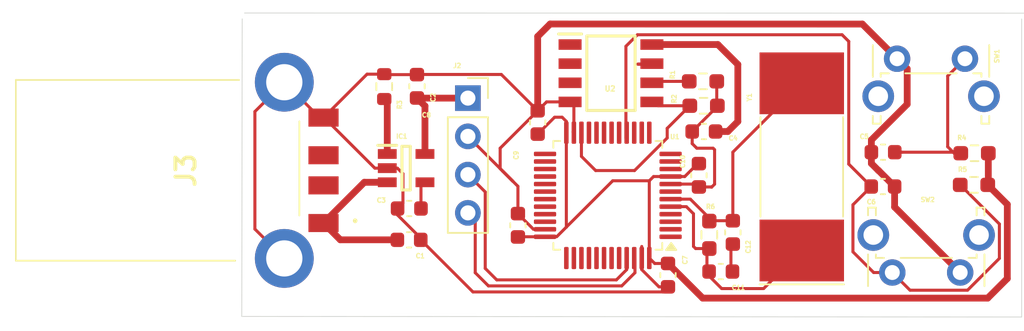
<source format=kicad_pcb>
(kicad_pcb (version 20240108) (generator "pcbnew") (generator_version "8.0")
  (layers (0 "F.Cu" signal) (31 "B.Cu" signal) (34 "B.Paste" user) (35 "F.Paste" user) (36 "B.SilkS" user "B.Silkscreen") (37 "F.SilkS" user "F.Silkscreen") (38 "B.Mask" user) (39 "F.Mask" user) (44 "Edge.Cuts" user))
  (net 0 "")
  (net 2 "GND")
  (net 3 "+3V3")
  (net 5 "/Oled_SDA")
  (net 6 "/Continue")
  (net 8 "/OSC_OUT")
  (net 11 "/EEPROM_SCL")
  (net 13 "/EEPROM_SDA")
  (net 23 "/Oled_SCL")
  (net 38 "/Reset")
  (net 40 "/OSC_IN")
  (net 43 "+5V")
  (net 44 "+3.3V")
  (net 45 "Net-(IC1-BP)")
  (net 48 "Net-(C11-Pad2)")
  (net 50 "unconnected-(U2-WP-Pad7)")
  (footprint "Capacitor_SMD:C_0603_1608Metric" (layer "F.Cu") (at 154.12 92.9225 180)
    (property "Reference" "C4" (at -1.94 -0.4475 0) (layer "F.SilkS") (effects (font (size 0.3 0.3) (thickness 0.075) (bold yes))))
    (property "Value" "1.1uF")
    (fp_line (start -0.14058 0.51) (end 0.14058 0.51) (stroke (width 0.12)) (layer "F.SilkS"))
    (fp_line (start -0.14058 -0.51) (end 0.14058 -0.51) (stroke (width 0.12)) (layer "F.SilkS"))
    (pad "1" smd roundrect (at -0.775 0 180) (size 0.9 0.95) (layers "F.Cu" "F.Paste" "F.Mask") (net 3 "+3V3"))
    (pad "2" smd roundrect (at 0.775 0 180) (size 0.9 0.95) (layers "F.Cu" "F.Paste" "F.Mask") (net 2 "GND"))
  )
  (footprint "Package_QFP:LQFP-48_7x7mm_P0.5mm" (layer "F.Cu") (at 147.75 97.1625 180)
    (property "Reference" "U1" (at -4.4425 3.89 0) (layer "F.SilkS") (effects (font (size 0.3 0.3) (thickness 0.075))))
    (property "Value" "STM32F103C8Tx")
    (fp_line (start 3.61 3.61) (end 3.61 3.16) (stroke (width 0.12)) (layer "F.SilkS"))
    (fp_line (start 3.61 -3.61) (end 3.61 -3.16) (stroke (width 0.12)) (layer "F.SilkS"))
    (fp_line (start 3.16 3.61) (end 3.61 3.61) (stroke (width 0.12)) (layer "F.SilkS"))
    (fp_line (start 3.16 -3.61) (end 3.61 -3.61) (stroke (width 0.12)) (layer "F.SilkS"))
    (fp_line (start -3.16 3.61) (end -3.61 3.61) (stroke (width 0.12)) (layer "F.SilkS"))
    (fp_line (start -3.16 -3.61) (end -3.61 -3.61) (stroke (width 0.12)) (layer "F.SilkS"))
    (fp_line (start -3.61 3.61) (end -3.61 3.16) (stroke (width 0.12)) (layer "F.SilkS"))
    (fp_line (start -3.61 -3.61) (end -3.61 -3.16) (stroke (width 0.12)) (layer "F.SilkS"))
    (fp_poly (pts (xy -4.2 -3.16) (xy -4.54 -3.63) (xy -3.86 -3.63) (xy -4.2 -3.16)) (stroke (width 0.12)) (fill solid) (layer "F.SilkS"))
    (pad "1" smd roundrect (at -4.1625 -2.75 180) (size 1.475 0.3) (layers "F.Cu" "F.Paste" "F.Mask"))
    (pad "2" smd roundrect (at -4.1625 -2.25 180) (size 1.475 0.3) (layers "F.Cu" "F.Paste" "F.Mask"))
    (pad "3" smd roundrect (at -4.1625 -1.75 180) (size 1.475 0.3) (layers "F.Cu" "F.Paste" "F.Mask"))
    (pad "4" smd roundrect (at -4.1625 -1.25 180) (size 1.475 0.3) (layers "F.Cu" "F.Paste" "F.Mask"))
    (pad "5" smd roundrect (at -4.1625 -0.75 180) (size 1.475 0.3) (layers "F.Cu" "F.Paste" "F.Mask") (net 40 "/OSC_IN"))
    (pad "6" smd roundrect (at -4.1625 -0.25 180) (size 1.475 0.3) (layers "F.Cu" "F.Paste" "F.Mask") (net 8 "/OSC_OUT"))
    (pad "7" smd roundrect (at -4.1625 0.25 180) (size 1.475 0.3) (layers "F.Cu" "F.Paste" "F.Mask"))
    (pad "8" smd roundrect (at -4.1625 0.75 180) (size 1.475 0.3) (layers "F.Cu" "F.Paste" "F.Mask") (net 2 "GND"))
    (pad "9" smd roundrect (at -4.1625 1.25 180) (size 1.475 0.3) (layers "F.Cu" "F.Paste" "F.Mask") (net 44 "+3.3V"))
    (pad "10" smd roundrect (at -4.1625 1.75 180) (size 1.475 0.3) (layers "F.Cu" "F.Paste" "F.Mask"))
    (pad "11" smd roundrect (at -4.1625 2.25 180) (size 1.475 0.3) (layers "F.Cu" "F.Paste" "F.Mask"))
    (pad "12" smd roundrect (at -4.1625 2.75 180) (size 1.475 0.3) (layers "F.Cu" "F.Paste" "F.Mask"))
    (pad "13" smd roundrect (at -2.75 4.1625 180) (size 0.3 1.475) (layers "F.Cu" "F.Paste" "F.Mask"))
    (pad "14" smd roundrect (at -2.25 4.1625 180) (size 0.3 1.475) (layers "F.Cu" "F.Paste" "F.Mask"))
    (pad "15" smd roundrect (at -1.75 4.1625 180) (size 0.3 1.475) (layers "F.Cu" "F.Paste" "F.Mask") (net 38 "/Reset"))
    (pad "16" smd roundrect (at -1.25 4.1625 180) (size 0.3 1.475) (layers "F.Cu" "F.Paste" "F.Mask") (net 6 "/Continue"))
    (pad "17" smd roundrect (at -0.75 4.1625 180) (size 0.3 1.475) (layers "F.Cu" "F.Paste" "F.Mask"))
    (pad "18" smd roundrect (at -0.25 4.1625 180) (size 0.3 1.475) (layers "F.Cu" "F.Paste" "F.Mask"))
    (pad "19" smd roundrect (at 0.25 4.1625 180) (size 0.3 1.475) (layers "F.Cu" "F.Paste" "F.Mask"))
    (pad "20" smd roundrect (at 0.75 4.1625 180) (size 0.3 1.475) (layers "F.Cu" "F.Paste" "F.Mask"))
    (pad "21" smd roundrect (at 1.25 4.1625 180) (size 0.3 1.475) (layers "F.Cu" "F.Paste" "F.Mask") (net 11 "/EEPROM_SCL"))
    (pad "22" smd roundrect (at 1.75 4.1625 180) (size 0.3 1.475) (layers "F.Cu" "F.Paste" "F.Mask") (net 13 "/EEPROM_SDA"))
    (pad "23" smd roundrect (at 2.25 4.1625 180) (size 0.3 1.475) (layers "F.Cu" "F.Paste" "F.Mask") (net 2 "GND"))
    (pad "24" smd roundrect (at 2.75 4.1625 180) (size 0.3 1.475) (layers "F.Cu" "F.Paste" "F.Mask") (net 44 "+3.3V"))
    (pad "25" smd roundrect (at 4.1625 2.75 180) (size 1.475 0.3) (layers "F.Cu" "F.Paste" "F.Mask"))
    (pad "26" smd roundrect (at 4.1625 2.25 180) (size 1.475 0.3) (layers "F.Cu" "F.Paste" "F.Mask"))
    (pad "27" smd roundrect (at 4.1625 1.75 180) (size 1.475 0.3) (layers "F.Cu" "F.Paste" "F.Mask"))
    (pad "28" smd roundrect (at 4.1625 1.25 180) (size 1.475 0.3) (layers "F.Cu" "F.Paste" "F.Mask"))
    (pad "29" smd roundrect (at 4.1625 0.75 180) (size 1.475 0.3) (layers "F.Cu" "F.Paste" "F.Mask"))
    (pad "30" smd roundrect (at 4.1625 0.25 180) (size 1.475 0.3) (layers "F.Cu" "F.Paste" "F.Mask"))
    (pad "31" smd roundrect (at 4.1625 -0.25 180) (size 1.475 0.3) (layers "F.Cu" "F.Paste" "F.Mask"))
    (pad "32" smd roundrect (at 4.1625 -0.75 180) (size 1.475 0.3) (layers "F.Cu" "F.Paste" "F.Mask"))
    (pad "33" smd roundrect (at 4.1625 -1.25 180) (size 1.475 0.3) (layers "F.Cu" "F.Paste" "F.Mask"))
    (pad "34" smd roundrect (at 4.1625 -1.75 180) (size 1.475 0.3) (layers "F.Cu" "F.Paste" "F.Mask"))
    (pad "35" smd roundrect (at 4.1625 -2.25 180) (size 1.475 0.3) (layers "F.Cu" "F.Paste" "F.Mask") (net 2 "GND"))
    (pad "36" smd roundrect (at 4.1625 -2.75 180) (size 1.475 0.3) (layers "F.Cu" "F.Paste" "F.Mask") (net 44 "+3.3V"))
    (pad "37" smd roundrect (at 2.75 -4.1625 180) (size 0.3 1.475) (layers "F.Cu" "F.Paste" "F.Mask"))
    (pad "38" smd roundrect (at 2.25 -4.1625 180) (size 0.3 1.475) (layers "F.Cu" "F.Paste" "F.Mask"))
    (pad "39" smd roundrect (at 1.75 -4.1625 180) (size 0.3 1.475) (layers "F.Cu" "F.Paste" "F.Mask"))
    (pad "40" smd roundrect (at 1.25 -4.1625 180) (size 0.3 1.475) (layers "F.Cu" "F.Paste" "F.Mask"))
    (pad "41" smd roundrect (at 0.75 -4.1625 180) (size 0.3 1.475) (layers "F.Cu" "F.Paste" "F.Mask"))
    (pad "42" smd roundrect (at 0.25 -4.1625 180) (size 0.3 1.475) (layers "F.Cu" "F.Paste" "F.Mask"))
    (pad "43" smd roundrect (at -0.25 -4.1625 180) (size 0.3 1.475) (layers "F.Cu" "F.Paste" "F.Mask"))
    (pad "44" smd roundrect (at -0.75 -4.1625 180) (size 0.3 1.475) (layers "F.Cu" "F.Paste" "F.Mask"))
    (pad "45" smd roundrect (at -1.25 -4.1625 180) (size 0.3 1.475) (layers "F.Cu" "F.Paste" "F.Mask") (net 23 "/Oled_SCL"))
    (pad "46" smd roundrect (at -1.75 -4.1625 180) (size 0.3 1.475) (layers "F.Cu" "F.Paste" "F.Mask") (net 5 "/Oled_SDA"))
    (pad "47" smd roundrect (at -2.25 -4.1625 180) (size 0.3 1.475) (layers "F.Cu" "F.Paste" "F.Mask") (net 2 "GND"))
    (pad "48" smd roundrect (at -2.75 -4.1625 180) (size 0.3 1.475) (layers "F.Cu" "F.Paste" "F.Mask") (net 44 "+3.3V"))
  )
  (footprint "Connector_PinSocket_2.54mm:PinSocket_1x04_P2.54mm_Vertical" (layer "F.Cu") (at 138.4725 90.705)
    (property "Reference" "J2" (at -0.7125 -2.155 0) (layer "F.SilkS") (effects (font (size 0.3 0.3) (thickness 0.075))))
    (property "Value" "Conn_01x04_Pin")
    (fp_line (start -1.33 1.27) (end -1.33 8.95) (stroke (width 0.12)) (layer "F.SilkS"))
    (fp_line (start -1.33 1.27) (end 1.33 1.27) (stroke (width 0.12)) (layer "F.SilkS"))
    (fp_line (start -1.33 8.95) (end 1.33 8.95) (stroke (width 0.12)) (layer "F.SilkS"))
    (fp_line (start 0 -1.33) (end 1.33 -1.33) (stroke (width 0.12)) (layer "F.SilkS"))
    (fp_line (start 1.33 -1.33) (end 1.33 0) (stroke (width 0.12)) (layer "F.SilkS"))
    (fp_line (start 1.33 1.27) (end 1.33 8.95) (stroke (width 0.12)) (layer "F.SilkS"))
    (pad "1" thru_hole rect (at 0 0) (size 1.7 1.7) (drill 1) (layers "*.Cu" "*.Mask") (net 44 "+3.3V"))
    (pad "2" thru_hole oval (at 0 2.54) (size 1.7 1.7) (drill 1) (layers "*.Cu" "*.Mask") (net 2 "GND"))
    (pad "3" thru_hole oval (at 0 5.08) (size 1.7 1.7) (drill 1) (layers "*.Cu" "*.Mask") (net 23 "/Oled_SCL"))
    (pad "4" thru_hole oval (at 0 7.62) (size 1.7 1.7) (drill 1) (layers "*.Cu" "*.Mask") (net 5 "/Oled_SDA"))
  )
  (footprint "Resistor_SMD:R_0603_1608Metric_Pad0.98x0.95mm_HandSolder" (layer "F.Cu") (at 154.06 89.5925 180)
    (property "Reference" "R1" (at 2.02 0.4425 90) (layer "F.SilkS") (effects (font (size 0.3 0.3) (thickness 0.075) (bold yes))))
    (property "Value" "10K")
    (fp_line (start -0.254724 0.5225) (end 0.254724 0.5225) (stroke (width 0.12)) (layer "F.SilkS"))
    (fp_line (start -0.254724 -0.5225) (end 0.254724 -0.5225) (stroke (width 0.12)) (layer "F.SilkS"))
    (pad "1" smd roundrect (at -0.9125 0 180) (size 0.975 0.95) (layers "F.Cu" "F.Paste" "F.Mask") (net 2 "GND"))
    (pad "2" smd roundrect (at 0.9125 0 180) (size 0.975 0.95) (layers "F.Cu" "F.Paste" "F.Mask") (net 11 "/EEPROM_SCL"))
  )
  (footprint "Capacitor_SMD:C_0603_1608Metric" (layer "F.Cu") (at 135.0964 89.9201 90)
    (property "Reference" "C2" (at -0.745 1.07 90) (layer "F.SilkS") (effects (font (size 0.3 0.3) (thickness 0.075))))
    (property "Value" "2.2uF")
    (fp_line (start -0.14058 -0.51) (end 0.14058 -0.51) (stroke (width 0.12)) (layer "F.SilkS"))
    (fp_line (start -0.14058 0.51) (end 0.14058 0.51) (stroke (width 0.12)) (layer "F.SilkS"))
    (pad "1" smd roundrect (at -0.775 0 90) (size 0.9 0.95) (layers "F.Cu" "F.Paste" "F.Mask") (net 44 "+3.3V"))
    (pad "2" smd roundrect (at 0.775 0 90) (size 0.9 0.95) (layers "F.Cu" "F.Paste" "F.Mask") (net 2 "GND"))
  )
  (footprint "Capacitor_SMD:C_0603_1608Metric" (layer "F.Cu") (at 153.79 95.83 -90)
    (property "Reference" "C10" (at -0.9125 1.08 -90) (layer "F.SilkS") (effects (font (size 0.3 0.3) (thickness 0.075))))
    (property "Value" "100 nF")
    (fp_line (start -0.14058 0.51) (end 0.14058 0.51) (stroke (width 0.12)) (layer "F.SilkS"))
    (fp_line (start -0.14058 -0.51) (end 0.14058 -0.51) (stroke (width 0.12)) (layer "F.SilkS"))
    (pad "1" smd roundrect (at -0.775 0 270) (size 0.9 0.95) (layers "F.Cu" "F.Paste" "F.Mask") (net 44 "+3.3V"))
    (pad "2" smd roundrect (at 0.775 0 270) (size 0.9 0.95) (layers "F.Cu" "F.Paste" "F.Mask") (net 2 "GND"))
  )
  (footprint "Capacitor_SMD:C_0603_1608Metric" (layer "F.Cu") (at 134.5714 100.1151)
    (property "Reference" "C1" (at 0.74 1.07 0) (layer "F.SilkS") (effects (font (size 0.3 0.3) (thickness 0.075) (bold yes))))
    (property "Value" "2.2uF")
    (fp_line (start -0.14058 -0.51) (end 0.14058 -0.51) (stroke (width 0.12)) (layer "F.SilkS"))
    (fp_line (start -0.14058 0.51) (end 0.14058 0.51) (stroke (width 0.12)) (layer "F.SilkS"))
    (pad "1" smd roundrect (at -0.775 0) (size 0.9 0.95) (layers "F.Cu" "F.Paste" "F.Mask") (net 43 "+5V"))
    (pad "2" smd roundrect (at 0.775 0) (size 0.9 0.95) (layers "F.Cu" "F.Paste" "F.Mask") (net 2 "GND"))
  )
  (footprint "Resistor_SMD:R_0603_1608Metric_Pad0.98x0.95mm_HandSolder" (layer "F.Cu") (at 172.065 94.36625 180)
    (property "Reference" "R4" (at 0.8425 1.03 0) (layer "F.SilkS") (effects (font (size 0.3 0.3) (thickness 0.075))))
    (property "Value" "10k")
    (fp_line (start -0.254724 0.5225) (end 0.254724 0.5225) (stroke (width 0.12)) (layer "F.SilkS"))
    (fp_line (start -0.254724 -0.5225) (end 0.254724 -0.5225) (stroke (width 0.12)) (layer "F.SilkS"))
    (pad "1" smd roundrect (at -0.9125 0 180) (size 0.975 0.95) (layers "F.Cu" "F.Paste" "F.Mask") (net 44 "+3.3V"))
    (pad "2" smd roundrect (at 0.9125 0 180) (size 0.975 0.95) (layers "F.Cu" "F.Paste" "F.Mask") (net 38 "/Reset"))
  )
  (footprint "Button_Switch_THT:SW_Tactile_SPST_Angled_PTS645Vx39-2LFS" (layer "F.Cu") (at 171.1125 102.28625 180)
    (property "Reference" "SW2" (at 2.1525 4.83625 180) (layer "F.SilkS") (effects (font (size 0.3 0.3) (thickness 0.075))))
    (property "Value" "Continue")
    (fp_line (start 6.11 3.8) (end 6.11 4.31) (stroke (width 0.12)) (layer "F.SilkS"))
    (fp_line (start 6.11 -0.9) (end 6.11 1.2) (stroke (width 0.12)) (layer "F.SilkS"))
    (fp_line (start 5.59 4.31) (end 6.11 4.31) (stroke (width 0.12)) (layer "F.SilkS"))
    (fp_line (start 5.59 3.8) (end 5.59 4.31) (stroke (width 0.12)) (layer "F.SilkS"))
    (fp_line (start 5.59 0.97) (end 5.59 1.2) (stroke (width 0.12)) (layer "F.SilkS"))
    (fp_line (start 5.05 0.97) (end 5.59 0.97) (stroke (width 0.12)) (layer "F.SilkS"))
    (fp_line (start 0.55 0.97) (end 3.95 0.97) (stroke (width 0.12)) (layer "F.SilkS"))
    (fp_line (start -1.09 3.8) (end -1.09 4.31) (stroke (width 0.12)) (layer "F.SilkS"))
    (fp_line (start -1.09 0.97) (end -0.55 0.97) (stroke (width 0.12)) (layer "F.SilkS"))
    (fp_line (start -1.09 0.97) (end -1.09 1.2) (stroke (width 0.12)) (layer "F.SilkS"))
    (fp_line (start -1.61 4.31) (end -1.09 4.31) (stroke (width 0.12)) (layer "F.SilkS"))
    (fp_line (start -1.61 3.8) (end -1.61 4.31) (stroke (width 0.12)) (layer "F.SilkS"))
    (fp_line (start -1.61 -0.9) (end -1.61 1.2) (stroke (width 0.12)) (layer "F.SilkS"))
    (pad "" thru_hole circle (at -1.25 2.49 180) (size 2.1 2.1) (drill 1.3) (layers "*.Cu" "*.Mask"))
    (pad "" thru_hole circle (at 5.76 2.49 180) (size 2.1 2.1) (drill 1.3) (layers "*.Cu" "*.Mask"))
    (pad "1" thru_hole circle (at 0 0 180) (size 1.75 1.75) (drill 0.99) (layers "*.Cu" "*.Mask") (net 2 "GND"))
    (pad "2" thru_hole circle (at 4.5 0 180) (size 1.75 1.75) (drill 0.99) (layers "*.Cu" "*.Mask") (net 6 "/Continue"))
  )
  (footprint "Capacitor_SMD:C_0603_1608Metric" (layer "F.Cu") (at 156.04 99.6225 90)
    (property "Reference" "C12" (at -0.96 1.02 -90) (layer "F.SilkS") (effects (font (size 0.3 0.3) (thickness 0.075))))
    (property "Value" "C_Small")
    (fp_line (start -0.14058 -0.51) (end 0.14058 -0.51) (stroke (width 0.12)) (layer "F.SilkS"))
    (fp_line (start -0.14058 0.51) (end 0.14058 0.51) (stroke (width 0.12)) (layer "F.SilkS"))
    (pad "1" smd roundrect (at -0.775 0 90) (size 0.9 0.95) (layers "F.Cu" "F.Paste" "F.Mask") (net 48 "Net-(C11-Pad2)"))
    (pad "2" smd roundrect (at 0.775 0 90) (size 0.9 0.95) (layers "F.Cu" "F.Paste" "F.Mask") (net 8 "/OSC_OUT"))
  )
  (footprint "Capacitor_SMD:C_0603_1608Metric" (layer "F.Cu") (at 166 94.29625 180)
    (property "Reference" "C5" (at 1.25 1.04 0) (layer "F.SilkS") (effects (font (size 0.3 0.3) (thickness 0.075))))
    (property "Value" "10uF")
    (fp_line (start -0.14058 0.51) (end 0.14058 0.51) (stroke (width 0.12)) (layer "F.SilkS"))
    (fp_line (start -0.14058 -0.51) (end 0.14058 -0.51) (stroke (width 0.12)) (layer "F.SilkS"))
    (pad "1" smd roundrect (at -0.775 0 180) (size 0.9 0.95) (layers "F.Cu" "F.Paste" "F.Mask") (net 38 "/Reset"))
    (pad "2" smd roundrect (at 0.775 0 180) (size 0.9 0.95) (layers "F.Cu" "F.Paste" "F.Mask") (net 2 "GND"))
  )
  (footprint "Button_Switch_THT:SW_Tactile_SPST_Angled_PTS645Vx39-2LFS" (layer "F.Cu") (at 166.93 88.09)
    (property "Reference" "SW1" (at 6.62 -0.17 90) (layer "F.SilkS") (effects (font (size 0.3 0.3) (thickness 0.075))))
    (property "Value" "Reset")
    (fp_line (start -1.61 -0.9) (end -1.61 1.2) (stroke (width 0.12)) (layer "F.SilkS"))
    (fp_line (start -1.61 3.8) (end -1.61 4.31) (stroke (width 0.12)) (layer "F.SilkS"))
    (fp_line (start -1.61 4.31) (end -1.09 4.31) (stroke (width 0.12)) (layer "F.SilkS"))
    (fp_line (start -1.09 0.97) (end -1.09 1.2) (stroke (width 0.12)) (layer "F.SilkS"))
    (fp_line (start -1.09 0.97) (end -0.55 0.97) (stroke (width 0.12)) (layer "F.SilkS"))
    (fp_line (start -1.09 3.8) (end -1.09 4.31) (stroke (width 0.12)) (layer "F.SilkS"))
    (fp_line (start 0.55 0.97) (end 3.95 0.97) (stroke (width 0.12)) (layer "F.SilkS"))
    (fp_line (start 5.05 0.97) (end 5.59 0.97) (stroke (width 0.12)) (layer "F.SilkS"))
    (fp_line (start 5.59 0.97) (end 5.59 1.2) (stroke (width 0.12)) (layer "F.SilkS"))
    (fp_line (start 5.59 3.8) (end 5.59 4.31) (stroke (width 0.12)) (layer "F.SilkS"))
    (fp_line (start 5.59 4.31) (end 6.11 4.31) (stroke (width 0.12)) (layer "F.SilkS"))
    (fp_line (start 6.11 -0.9) (end 6.11 1.2) (stroke (width 0.12)) (layer "F.SilkS"))
    (fp_line (start 6.11 3.8) (end 6.11 4.31) (stroke (width 0.12)) (layer "F.SilkS"))
    (pad "" thru_hole circle (at -1.25 2.49) (size 2.1 2.1) (drill 1.3) (layers "*.Cu" "*.Mask"))
    (pad "" thru_hole circle (at 5.76 2.49) (size 2.1 2.1) (drill 1.3) (layers "*.Cu" "*.Mask"))
    (pad "1" thru_hole circle (at 0 0) (size 1.75 1.75) (drill 0.99) (layers "*.Cu" "*.Mask") (net 2 "GND"))
    (pad "2" thru_hole circle (at 4.5 0) (size 1.75 1.75) (drill 0.99) (layers "*.Cu" "*.Mask") (net 38 "/Reset"))
  )
  (footprint "Resistor_SMD:R_0603_1608Metric_Pad0.98x0.95mm_HandSolder" (layer "F.Cu") (at 154.48 99.7825 90)
    (property "Reference" "R6" (at 1.8725 0.08 180) (layer "F.SilkS") (effects (font (size 0.3 0.3) (thickness 0.075))))
    (property "Value" "R")
    (fp_line (start -0.254724 -0.5225) (end 0.254724 -0.5225) (stroke (width 0.12)) (layer "F.SilkS"))
    (fp_line (start -0.254724 0.5225) (end 0.254724 0.5225) (stroke (width 0.12)) (layer "F.SilkS"))
    (pad "1" smd roundrect (at -0.9125 0 90) (size 0.975 0.95) (layers "F.Cu" "F.Paste" "F.Mask") (net 40 "/OSC_IN"))
    (pad "2" smd roundrect (at 0.9125 0 90) (size 0.975 0.95) (layers "F.Cu" "F.Paste" "F.Mask") (net 8 "/OSC_OUT"))
  )
  (footprint "Capacitor_SMD:C_0603_1608Metric" (layer "F.Cu") (at 134.5864 98.0351 180)
    (property "Reference" "C3" (at 1.8564 0.5451 0) (layer "F.SilkS") (effects (font (size 0.3 0.3) (thickness 0.075) (bold yes))))
    (property "Value" "22nF")
    (fp_line (start -0.14058 0.51) (end 0.14058 0.51) (stroke (width 0.12)) (layer "F.SilkS"))
    (fp_line (start -0.14058 -0.51) (end 0.14058 -0.51) (stroke (width 0.12)) (layer "F.SilkS"))
    (pad "1" smd roundrect (at -0.775 0 180) (size 0.9 0.95) (layers "F.Cu" "F.Paste" "F.Mask") (net 45 "Net-(IC1-BP)"))
    (pad "2" smd roundrect (at 0.775 0 180) (size 0.9 0.95) (layers "F.Cu" "F.Paste" "F.Mask") (net 2 "GND"))
  )
  (footprint "Capacitor_SMD:C_0603_1608Metric" (layer "F.Cu") (at 165.99 96.57625)
    (property "Reference" "C6" (at -0.77 1.02 0) (layer "F.SilkS") (effects (font (size 0.3 0.3) (thickness 0.075))))
    (property "Value" "10uF")
    (fp_line (start -0.14058 -0.51) (end 0.14058 -0.51) (stroke (width 0.12)) (layer "F.SilkS"))
    (fp_line (start -0.14058 0.51) (end 0.14058 0.51) (stroke (width 0.12)) (layer "F.SilkS"))
    (pad "1" smd roundrect (at -0.775 0) (size 0.9 0.95) (layers "F.Cu" "F.Paste" "F.Mask") (net 6 "/Continue"))
    (pad "2" smd roundrect (at 0.775 0) (size 0.9 0.95) (layers "F.Cu" "F.Paste" "F.Mask") (net 2 "GND"))
  )
  (footprint "Capacitor_SMD:C_0603_1608Metric" (layer "F.Cu") (at 141.79 99.15 90)
    (property "Reference" "C8" (at 7.32 -6.0675 0) (layer "F.SilkS") (effects (font (size 0.3 0.3) (thickness 0.075))))
    (property "Value" "100 nF")
    (fp_line (start -0.14058 -0.51) (end 0.14058 -0.51) (stroke (width 0.12)) (layer "F.SilkS"))
    (fp_line (start -0.14058 0.51) (end 0.14058 0.51) (stroke (width 0.12)) (layer "F.SilkS"))
    (pad "1" smd roundrect (at -0.775 0 90) (size 0.9 0.95) (layers "F.Cu" "F.Paste" "F.Mask") (net 44 "+3.3V"))
    (pad "2" smd roundrect (at 0.775 0 90) (size 0.9 0.95) (layers "F.Cu" "F.Paste" "F.Mask") (net 2 "GND"))
  )
  (footprint "USBA_Male_connector:480372100" (layer "F.Cu") (at 117.9 95.5 -90)
    (property "Reference" "J3" (at 0 -1.875 90) (layer "F.SilkS") (effects (font (size 1.27 1.27) (thickness 0.254))))
    (property "Value" "48037-2100" (hide yes))
    (fp_line (start -6 9.4) (end -6 9.4) (stroke (width 0.1)) (layer "F.SilkS"))
    (fp_line (start -6 9.4) (end -6 9.4) (stroke (width 0.1)) (layer "F.SilkS"))
    (fp_line (start -6 9.4) (end 6 9.4) (stroke (width 0.1)) (layer "F.SilkS"))
    (fp_line (start -6 9.4) (end -6 -5.4) (stroke (width 0.1)) (layer "F.SilkS"))
    (fp_line (start 6 9.4) (end -6 9.4) (stroke (width 0.1)) (layer "F.SilkS"))
    (fp_line (start 6 9.4) (end 6 9.4) (stroke (width 0.1)) (layer "F.SilkS"))
    (fp_line (start 6 9.4) (end 6 9.4) (stroke (width 0.1)) (layer "F.SilkS"))
    (fp_line (start 6 9.4) (end 6 -5.15) (stroke (width 0.1)) (layer "F.SilkS"))
    (fp_line (start 6 -5.15) (end 6 9.4) (stroke (width 0.1)) (layer "F.SilkS"))
    (fp_line (start 6 -5.15) (end 6 -5.15) (stroke (width 0.1)) (layer "F.SilkS"))
    (fp_line (start -6 -5.4) (end -6 9.4) (stroke (width 0.1)) (layer "F.SilkS"))
    (fp_line (start -6 -5.4) (end -6 -5.4) (stroke (width 0.1)) (layer "F.SilkS"))
    (fp_line (start -3.25 -9.4) (end -3.25 -9.4) (stroke (width 0.1)) (layer "F.SilkS"))
    (fp_line (start -3.25 -9.4) (end 3 -9.4) (stroke (width 0.1)) (layer "F.SilkS"))
    (fp_line (start 3 -9.4) (end -3.25 -9.4) (stroke (width 0.1)) (layer "F.SilkS"))
    (fp_line (start 3 -9.4) (end 3 -9.4) (stroke (width 0.1)) (layer "F.SilkS"))
    (fp_line (start 3.3 -13.1) (end 3.3 -13.1) (stroke (width 0.2)) (layer "F.SilkS"))
    (fp_line (start 3.3 -13.1) (end 3.3 -13.1) (stroke (width 0.2)) (layer "F.SilkS"))
    (fp_line (start 3.4 -13.1) (end 3.4 -13.1) (stroke (width 0.2)) (layer "F.SilkS"))
    (fp_arc (start 3.3 -13.1) (mid 3.35 -13.15) (end 3.4 -13.1) (stroke (width 0.2)) (layer "F.SilkS"))
    (fp_arc (start 3.4 -13.1) (mid 3.35 -13.05) (end 3.3 -13.1) (stroke (width 0.2)) (layer "F.SilkS"))
    (fp_arc (start 3.4 -13.1) (mid 3.35 -13.05) (end 3.3 -13.1) (stroke (width 0.2)) (layer "F.SilkS"))
    (pad "" np_thru_hole circle (at -2.25 -8.4 270) (size 1.1 1.1) (drill 1.1) (layers "*.Cu" "*.Mask"))
    (pad "" np_thru_hole circle (at 2.25 -8.4 270) (size 1.1 1.1) (drill 1.1) (layers "*.Cu" "*.Mask"))
    (pad "1" smd rect (at 3.5 -11 270) (size 1.2 2) (layers "F.Cu" "F.Paste" "F.Mask") (net 43 "+5V"))
    (pad "2" smd rect (at 1 -11 270) (size 1.2 2) (layers "F.Cu" "F.Paste" "F.Mask"))
    (pad "3" smd rect (at -1 -11 270) (size 1.2 2) (layers "F.Cu" "F.Paste" "F.Mask"))
    (pad "4" smd rect (at -3.5 -11 270) (size 1.2 2) (layers "F.Cu" "F.Paste" "F.Mask") (net 2 "GND"))
    (pad "MH1" thru_hole circle (at 5.85 -8.4 270) (size 3.9 3.9) (drill 2.404) (layers "*.Cu" "*.Mask") (net 2 "GND"))
    (pad "MH2" thru_hole circle (at -5.85 -8.4 270) (size 3.9 3.9) (drill 2.404) (layers "*.Cu" "*.Mask") (net 2 "GND"))
  )
  (footprint "KiCad:SOT94P279X130-5N" (layer "F.Cu") (at 134.3764 95.3551)
    (property "Reference" "IC1" (at -0.29 -2.11 0) (layer "F.SilkS") (effects (font (size 0.3 0.3))))
    (property "Value" "RT9193-33GB" (hide yes))
    (fp_line (start -1.875 -1.514) (end -0.625 -1.514) (stroke (width 0.2)) (layer "F.SilkS"))
    (fp_line (start -0.275 -1.448) (end 0.275 -1.448) (stroke (width 0.2)) (layer "F.SilkS"))
    (fp_line (start -0.275 1.448) (end -0.275 -1.448) (stroke (width 0.2)) (layer "F.SilkS"))
    (fp_line (start 0.275 -1.448) (end 0.275 1.448) (stroke (width 0.2)) (layer "F.SilkS"))
    (fp_line (start 0.275 1.448) (end -0.275 1.448) (stroke (width 0.2)) (layer "F.SilkS"))
    (pad "1" smd rect (at -1.25 -0.94 90) (size 0.65 1.25) (layers "F.Cu" "F.Paste" "F.Mask") (net 43 "+5V"))
    (pad "2" smd rect (at -1.25 0 90) (size 0.65 1.25) (layers "F.Cu" "F.Paste" "F.Mask") (net 2 "GND"))
    (pad "3" smd rect (at -1.25 0.94 90) (size 0.65 1.25) (layers "F.Cu" "F.Paste" "F.Mask") (net 43 "+5V"))
    (pad "4" smd rect (at 1.25 0.94 90) (size 0.65 1.25) (layers "F.Cu" "F.Paste" "F.Mask") (net 45 "Net-(IC1-BP)"))
    (pad "5" smd rect (at 1.25 -0.94 90) (size 0.65 1.25) (layers "F.Cu" "F.Paste" "F.Mask") (net 44 "+3.3V"))
  )
  (footprint "Crystal:Crystal_SMD_SeikoEpson_MA505-2Pin_12.7x5.1mm" (layer "F.Cu") (at 160.61 95.2725 90)
    (property "Reference" "Y1" (at 4.62 -3.47 90) (layer "F.SilkS") (effects (font (size 0.3 0.3) (thickness 0.075))))
    (property "Value" "Crystal")
    (fp_line (start -7.8 -2.8) (end -7.8 2.8) (stroke (width 0.12)) (layer "F.SilkS"))
    (fp_line (start -3.3 -2.74) (end 3.3 -2.74) (stroke (width 0.12)) (layer "F.SilkS"))
    (fp_line (start -3.3 2.74) (end 3.3 2.74) (stroke (width 0.12)) (layer "F.SilkS"))
    (pad "1" smd rect (at -5.55 0 90) (size 4.1 5.6) (layers "F.Cu" "F.Paste" "F.Mask") (net 40 "/OSC_IN"))
    (pad "2" smd rect (at 5.55 0 90) (size 4.1 5.6) (layers "F.Cu" "F.Paste" "F.Mask") (net 8 "/OSC_OUT"))
  )
  (footprint "Capacitor_SMD:C_0603_1608Metric" (layer "F.Cu") (at 151.74 102.46 -90)
    (property "Reference" "C7" (at -1.0025 -1.13 90) (layer "F.SilkS") (effects (font (size 0.3 0.3) (thickness 0.075))))
    (property "Value" "100 nF")
    (fp_line (start -0.14058 0.51) (end 0.14058 0.51) (stroke (width 0.12)) (layer "F.SilkS"))
    (fp_line (start -0.14058 -0.51) (end 0.14058 -0.51) (stroke (width 0.12)) (layer "F.SilkS"))
    (pad "1" smd roundrect (at -0.775 0 270) (size 0.9 0.95) (layers "F.Cu" "F.Paste" "F.Mask") (net 44 "+3.3V"))
    (pad "2" smd roundrect (at 0.775 0 270) (size 0.9 0.95) (layers "F.Cu" "F.Paste" "F.Mask") (net 2 "GND"))
  )
  (footprint "Capacitor_SMD:C_0603_1608Metric" (layer "F.Cu") (at 155.24 102.2225)
    (property "Reference" "C11" (at 1.17 1.07 180) (layer "F.SilkS") (effects (font (size 0.3 0.3) (thickness 0.075))))
    (property "Value" "C_Small")
    (fp_line (start -0.14058 -0.51) (end 0.14058 -0.51) (stroke (width 0.12)) (layer "F.SilkS"))
    (fp_line (start -0.14058 0.51) (end 0.14058 0.51) (stroke (width 0.12)) (layer "F.SilkS"))
    (pad "1" smd roundrect (at -0.775 0) (size 0.9 0.95) (layers "F.Cu" "F.Paste" "F.Mask") (net 40 "/OSC_IN"))
    (pad "2" smd roundrect (at 0.775 0) (size 0.9 0.95) (layers "F.Cu" "F.Paste" "F.Mask") (net 48 "Net-(C11-Pad2)"))
  )
  (footprint "Resistor_SMD:R_0603_1608Metric" (layer "F.Cu") (at 132.9264 89.9401 90)
    (property "Reference" "R3" (at -1.205 1.02 -90) (layer "F.SilkS") (effects (font (size 0.3 0.3) (thickness 0.075))))
    (property "Value" "100k")
    (fp_line (start -0.237258 -0.5225) (end 0.237258 -0.5225) (stroke (width 0.12)) (layer "F.SilkS"))
    (fp_line (start -0.237258 0.5225) (end 0.237258 0.5225) (stroke (width 0.12)) (layer "F.SilkS"))
    (pad "1" smd roundrect (at -0.825 0 90) (size 0.8 0.95) (layers "F.Cu" "F.Paste" "F.Mask") (net 43 "+5V"))
    (pad "2" smd roundrect (at 0.825 0 90) (size 0.8 0.95) (layers "F.Cu" "F.Paste" "F.Mask") (net 2 "GND"))
  )
  (footprint "Resistor_SMD:R_0603_1608Metric_Pad0.98x0.95mm_HandSolder" (layer "F.Cu") (at 172.0275 96.46625 180)
    (property "Reference" "R5" (at 0.7575 1.02625 0) (layer "F.SilkS") (effects (font (size 0.3 0.3) (thickness 0.075))))
    (property "Value" "10k")
    (fp_line (start -0.254724 0.5225) (end 0.254724 0.5225) (stroke (width 0.12)) (layer "F.SilkS"))
    (fp_line (start -0.254724 -0.5225) (end 0.254724 -0.5225) (stroke (width 0.12)) (layer "F.SilkS"))
    (pad "1" smd roundrect (at -0.9125 0 180) (size 0.975 0.95) (layers "F.Cu" "F.Paste" "F.Mask") (net 44 "+3.3V"))
    (pad "2" smd roundrect (at 0.9125 0 180) (size 0.975 0.95) (layers "F.Cu" "F.Paste" "F.Mask") (net 6 "/Continue"))
  )
  (footprint "Resistor_SMD:R_0603_1608Metric_Pad0.98x0.95mm_HandSolder" (layer "F.Cu") (at 154.1 91.2125 180)
    (property "Reference" "R2" (at 1.95 0.4625 90) (layer "F.SilkS") (effects (font (size 0.3 0.3) (thickness 0.075) (bold yes))))
    (property "Value" "10K")
    (fp_line (start -0.254724 0.5225) (end 0.254724 0.5225) (stroke (width 0.12)) (layer "F.SilkS"))
    (fp_line (start -0.254724 -0.5225) (end 0.254724 -0.5225) (stroke (width 0.12)) (layer "F.SilkS"))
    (pad "1" smd roundrect (at -0.9125 0 180) (size 0.975 0.95) (layers "F.Cu" "F.Paste" "F.Mask") (net 2 "GND"))
    (pad "2" smd roundrect (at 0.9125 0 180) (size 0.975 0.95) (layers "F.Cu" "F.Paste" "F.Mask") (net 13 "/EEPROM_SDA"))
  )
  (footprint "24C256:SOIC127P600X175-8N" (layer "F.Cu") (at 147.96 89.0525)
    (property "Reference" "U2" (at -0.06 1.0275 0) (layer "F.SilkS") (effects (font (size 0.35 0.35) (thickness 0.08) (bold yes))))
    (property "Value" "CAT24C256" (hide yes))
    (fp_line (start -3.475 -2.605) (end -1.95 -2.605) (stroke (width 0.2)) (layer "F.SilkS"))
    (fp_line (start -1.6 -2.472) (end 1.6 -2.472) (stroke (width 0.2)) (layer "F.SilkS"))
    (fp_line (start -1.6 2.472) (end -1.6 -2.472) (stroke (width 0.2)) (layer "F.SilkS"))
    (fp_line (start 1.6 -2.472) (end 1.6 2.472) (stroke (width 0.2)) (layer "F.SilkS"))
    (fp_line (start 1.6 2.472) (end -1.6 2.472) (stroke (width 0.2)) (layer "F.SilkS"))
    (pad "1" smd rect (at -2.712 -1.905 90) (size 0.7 1.525) (layers "F.Cu" "F.Paste" "F.Mask"))
    (pad "2" smd rect (at -2.712 -0.635 90) (size 0.7 1.525) (layers "F.Cu" "F.Paste" "F.Mask"))
    (pad "3" smd rect (at -2.712 0.635 90) (size 0.7 1.525) (layers "F.Cu" "F.Paste" "F.Mask"))
    (pad "4" smd rect (at -2.712 1.905 90) (size 0.7 1.525) (layers "F.Cu" "F.Paste" "F.Mask") (net 2 "GND"))
    (pad "5" smd rect (at 2.712 1.905 90) (size 0.7 1.525) (layers "F.Cu" "F.Paste" "F.Mask") (net 13 "/EEPROM_SDA"))
    (pad "6" smd rect (at 2.712 0.635 90) (size 0.7 1.525) (layers "F.Cu" "F.Paste" "F.Mask") (net 11 "/EEPROM_SCL"))
    (pad "7" smd rect (at 2.712 -0.635 90) (size 0.7 1.525) (layers "F.Cu" "F.Paste" "F.Mask") (net 50 "unconnected-(U2-WP-Pad7)"))
    (pad "8" smd rect (at 2.712 -1.905 90) (size 0.7 1.525) (layers "F.Cu" "F.Paste" "F.Mask") (net 3 "+3V3"))
  )
  (footprint "Capacitor_SMD:C_0603_1608Metric" (layer "F.Cu") (at 143.1 92.32 90)
    (property "Reference" "C9" (at -2.1801 -1.4261 90) (layer "F.SilkS") (effects (font (size 0.3 0.3) (thickness 0.075))))
    (property "Value" "100 nF")
    (fp_line (start -0.14058 -0.51) (end 0.14058 -0.51) (stroke (width 0.12)) (layer "F.SilkS"))
    (fp_line (start -0.14058 0.51) (end 0.14058 0.51) (stroke (width 0.12)) (layer "F.SilkS"))
    (pad "1" smd roundrect (at -0.775 0 90) (size 0.9 0.95) (layers "F.Cu" "F.Paste" "F.Mask") (net 44 "+3.3V"))
    (pad "2" smd roundrect (at 0.775 0 90) (size 0.9 0.95) (layers "F.Cu" "F.Paste" "F.Mask") (net 2 "GND"))
  )
  (gr_line (start 175.19 105.24) (end 123.48 105.2) (stroke (width 0.05)) (layer "Edge.Cuts"))
  (gr_line (start 123.66 85.055) (end 175.34 85.065) (stroke (width 0.05)) (layer "Edge.Cuts"))
  (gr_line (start 175.19 85.45) (end 175.19 105.24) (stroke (width 0.05)) (layer "Edge.Cuts"))
  (gr_line (start 123.48 105.2) (end 123.51 85.44) (stroke (width 0.05)) (layer "Edge.Cuts"))
  (segment (start 145.45 92.95) (end 145.5 93) (width 0.2) (layer "F.Cu") (net 2))
  (segment (start 155.0125 91.255) (end 153.345 92.9225) (width 0.2) (layer "F.Cu") (net 2))
  (segment (start 140.77875 95.55125) (end 141.4525 96.225) (width 0.2) (layer "F.Cu") (net 2))
  (segment (start 134.1664 97.6801) (end 134.1664 95.7251) (width 0.2) (layer "F.Cu") (net 2))
  (segment (start 151.74 103.235) (end 151.4 103.575) (width 0.2) (layer "F.Cu") (net 2))
  (segment (start 124.35 91.6) (end 126.3 89.65) (width 0.2) (layer "F.Cu") (net 2))
  (segment (start 138.4725 93.245) (end 141.4525 96.225) (width 0.2) (layer "F.Cu") (net 2))
  (segment (start 167.599999 91.110001) (end 167.599999 88.759999) (width 0.45) (layer "F.Cu") (net 2))
  (segment (start 165.215 94.30625) (end 165.225 94.29625) (width 0.2) (layer "F.Cu") (net 2))
  (segment (start 154.9725 89.5925) (end 154.9725 91.1725) (width 0.2) (layer "F.Cu") (net 2))
  (segment (start 166.765 96.57625) (end 165.69875 95.51) (width 0.45) (layer "F.Cu") (net 2))
  (segment (start 150 102.09491) (end 150 101.325) (width 0.2) (layer "F.Cu") (net 2))
  (segment (start 132.9264 89.1151) (end 131.7849 89.1151) (width 0.2) (layer "F.Cu") (net 2))
  (segment (start 132.9564 89.1451) (end 132.9264 89.1151) (width 0.2) (layer "F.Cu") (net 2))
  (segment (start 126.3 101.35) (end 124.35 99.4) (width 0.2) (layer "F.Cu") (net 2))
  (segment (start 145.5 91.2095) (end 145.248 90.9575) (width 0.2) (layer "F.Cu") (net 2))
  (segment (start 154.83 96.42) (end 154.83 94.13) (width 0.2) (layer "F.Cu") (net 2))
  (segment (start 154.615 96.605) (end 154.63 96.62) (width 0.2) (layer "F.Cu") (net 2))
  (segment (start 151.74 103.235) (end 151.14009 103.235) (width 0.2) (layer "F.Cu") (net 2))
  (segment (start 140.69 89.135) (end 135.1065 89.135) (width 0.2) (layer "F.Cu") (net 2))
  (segment (start 165.225 93.485) (end 167.599999 91.110001) (width 0.45) (layer "F.Cu") (net 2))
  (segment (start 141.79 96.5625) (end 140.77875 95.55125) (width 0.2) (layer "F.Cu") (net 2))
  (segment (start 133.0114 89.2001) (end 132.9264 89.1151) (width 0.2) (layer "F.Cu") (net 2))
  (segment (start 165.69 95.51) (end 165.225 95.045) (width 0.45) (layer "F.Cu") (net 2))
  (segment (start 135.1564 89.2051) (end 135.0964 89.1451) (width 0.2) (layer "F.Cu") (net 2))
  (segment (start 150 101.325) (end 150 100.55509) (width 0.2) (layer "F.Cu") (net 2))
  (segment (start 167.599999 88.759999) (end 166.93 88.09) (width 0.45) (layer "F.Cu") (net 2))
  (segment (start 133.1264 95.3551) (end 132.3014 95.3551) (width 0.2) (layer "F.Cu") (net 2))
  (segment (start 138.8063 103.575) (end 135.3464 100.1151) (width 0.2) (layer "F.Cu") (net 2))
  (segment (start 135.3464 100.1151) (end 135.3464 100.0051) (width 0.2) (layer "F.Cu") (net 2))
  (segment (start 133.8114 98.0351) (end 134.1664 97.6801) (width 0.2) (layer "F.Cu") (net 2))
  (segment (start 151.14009 103.235) (end 150 102.09491) (width 0.2) (layer "F.Cu") (net 2))
  (segment (start 140.6125 94.0325) (end 140.6125 95.385) (width 0.2) (layer "F.Cu") (net 2))
  (segment (start 153.79 96.605) (end 153.5975 96.4125) (width 0.2) (layer "F.Cu") (net 2))
  (segment (start 141.79 98.375) (end 141.79 96.5625) (width 0.2) (layer "F.Cu") (net 2))
  (segment (start 153.79 96.605) (end 154.615 96.605) (width 0.2) (layer "F.Cu") (net 2))
  (segment (start 154.83 94.13) (end 154.73 94.03) (width 0.2) (layer "F.Cu") (net 2))
  (segment (start 143.5875 99.4125) (end 142.81759 99.4125) (width 0.2) (layer "F.Cu") (net 2))
  (segment (start 153.345 93.7275) (end 153.345 92.9225) (width 0.2) (layer "F.Cu") (net 2))
  (segment (start 143.6875 90.9575) (end 143.1 91.545) (width 0.2) (layer "F.Cu") (net 2))
  (segment (start 135.0964 88.8351) (end 135.0964 89.1451) (width 0.2) (layer "F.Cu") (net 2))
  (segment (start 133.7964 95.3551) (end 133.1264 95.3551) (width 0.2) (layer "F.Cu") (net 2))
  (segment (start 124.35 99.4) (end 124.35 91.6) (width 0.2) (layer "F.Cu") (net 2))
  (segment (start 131.7849 89.1151) (end 128.9 92) (width 0.2) (layer "F.Cu") (net 2))
  (segment (start 140.6125 95.385) (end 140.77875 95.55125) (width 0.2) (layer "F.Cu") (net 2))
  (segment (start 165.69875 95.51) (end 165.69 95.51) (width 0.45) (layer "F.Cu") (net 2))
  (segment (start 141.79 98.38491) (end 141.79 98.375) (width 0.2) (layer "F.Cu") (net 2))
  (segment (start 154.73 94.03) (end 153.6475 94.03) (width 0.2) (layer "F.Cu") (net 2))
  (segment (start 128.9 92) (end 128.65 92) (width 0.2) (layer "F.Cu") (net 2))
  (segment (start 143.1 91.545) (end 140.6125 94.0325) (width 0.2) (layer "F.Cu") (net 2))
  (segment (start 155.0125 91.2125) (end 155.0125 91.255) (width 0.2) (layer "F.Cu") (net 2))
  (segment (start 166.93 88.09) (end 166.93 88.12125) (width 0.2) (layer "F.Cu") (net 2))
  (segment (start 143.926078 85.783922) (end 143.1 86.61) (width 0.45) (layer "F.Cu") (net 2))
  (segment (start 134.1664 95.7251) (end 133.7964 95.3551) (width 0.2) (layer "F.Cu") (net 2))
  (segment (start 154.63 96.62) (end 154.83 96.42) (width 0.2) (layer "F.Cu") (net 2))
  (segment (start 164.627927 85.787927) (end 143.926078 85.783922) (width 0.45) (layer "F.Cu") (net 2))
  (segment (start 142.81759 99.4125) (end 141.79 98.38491) (width 0.2) (layer "F.Cu") (net 2))
  (segment (start 133.8114 98.4701) (end 133.8114 98.0351) (width 0.2) (layer "F.Cu") (net 2))
  (segment (start 142.7 91.145) (end 143.1 91.545) (width 0.2) (layer "F.Cu") (net 2))
  (segment (start 145.248 90.9575) (end 143.6875 90.9575) (width 0.2) (layer "F.Cu") (net 2))
  (segment (start 166.875 96.46625) (end 166.765 96.57625) (width 0.2) (layer "F.Cu") (net 2))
  (segment (start 128.65 92) (end 126.3 89.65) (width 0.2) (layer "F.Cu") (net 2))
  (segment (start 165.225 94.29625) (end 165.225 93.485) (width 0.45) (layer "F.Cu") (net 2))
  (segment (start 145.5 93) (end 145.5 91.2095) (width 0.2) (layer "F.Cu") (net 2))
  (segment (start 171.1125 102.28625) (end 166.765 97.93875) (width 0.45) (layer "F.Cu") (net 2))
  (segment (start 135.1065 89.135) (end 135.0964 89.1451) (width 0.2) (layer "F.Cu") (net 2))
  (segment (start 132.3014 95.3551) (end 128.9463 92) (width 0.2) (layer "F.Cu") (net 2))
  (segment (start 151.4 103.575) (end 138.8063 103.575) (width 0.2) (layer "F.Cu") (net 2))
  (segment (start 143.1 91.545) (end 140.69 89.135) (width 0.2) (layer "F.Cu") (net 2))
  (segment (start 135.0964 89.1451) (end 132.9564 89.1451) (width 0.2) (layer "F.Cu") (net 2))
  (segment (start 166.765 97.93875) (end 166.765 96.57625) (width 0.45) (layer "F.Cu") (net 2))
  (segment (start 166.93 88.12125) (end 166.77 88.28125) (width 0.2) (layer "F.Cu") (net 2))
  (segment (start 154.9725 91.1725) (end 155.0125 91.2125) (width 0.2) (layer "F.Cu") (net 2))
  (segment (start 153.6475 94.03) (end 153.345 93.7275) (width 0.2) (layer "F.Cu") (net 2))
  (segment (start 135.3464 100.0051) (end 133.8114 98.4701) (width 0.2) (layer "F.Cu") (net 2))
  (segment (start 166.93 88.09) (end 164.627927 85.787927) (width 0.45) (layer "F.Cu") (net 2))
  (segment (start 165.225 95.045) (end 165.225 94.29625) (width 0.45) (layer "F.Cu") (net 2))
  (segment (start 143.1 86.61) (end 143.1 91.545) (width 0.45) (layer "F.Cu") (net 2))
  (segment (start 153.5975 96.4125) (end 151.9125 96.4125) (width 0.2) (layer "F.Cu") (net 2))
  (segment (start 128.9463 92) (end 128.9 92) (width 0.2) (layer "F.Cu") (net 2))
  (segment (start 156.37 88.47) (end 155.0475 87.1475) (width 0.45) (layer "F.Cu") (net 3))
  (segment (start 154.895 92.9225) (end 155.7075 92.9225) (width 0.45) (layer "F.Cu") (net 3))
  (segment (start 156.37 92.26) (end 156.37 88.47) (width 0.45) (layer "F.Cu") (net 3))
  (segment (start 155.7075 92.9225) (end 156.37 92.26) (width 0.45) (layer "F.Cu") (net 3))
  (segment (start 155.0475 87.1475) (end 150.672 87.1475) (width 0.45) (layer "F.Cu") (net 3))
  (segment (start 138.4725 98.325) (end 138.96 98.8125) (width 0.2) (layer "F.Cu") (net 5))
  (segment (start 149.55 102.2975) (end 149.55 101.375) (width 0.2) (layer "F.Cu") (net 5))
  (segment (start 139.835 103.175) (end 148.6725 103.175) (width 0.2) (layer "F.Cu") (net 5))
  (segment (start 148.6725 103.175) (end 149.55 102.2975) (width 0.2) (layer "F.Cu") (net 5))
  (segment (start 138.96 98.8125) (end 138.96 102.3) (width 0.2) (layer "F.Cu") (net 5))
  (segment (start 138.96 102.3) (end 139.835 103.175) (width 0.2) (layer "F.Cu") (net 5))
  (segment (start 163.2825 86.4975) (end 149.715 86.4975) (width 0.2) (layer "F.Cu") (net 6))
  (segment (start 167.7875 103.46125) (end 171.599201 103.46125) (width 0.2) (layer "F.Cu") (net 6))
  (segment (start 148.95 87.2625) (end 148.95 93.3725) (width 0.2) (layer "F.Cu") (net 6))
  (segment (start 165.215 96.57625) (end 163.725 95.08625) (width 0.2) (layer "F.Cu") (net 6))
  (segment (start 166.6125 102.28625) (end 167.7875 103.46125) (width 0.2) (layer "F.Cu") (net 6))
  (segment (start 164.0025 97.78875) (end 165.215 96.57625) (width 0.2) (layer "F.Cu") (net 6))
  (segment (start 149.715 86.4975) (end 148.95 87.2625) (width 0.2) (layer "F.Cu") (net 6))
  (segment (start 166.6125 102.28625) (end 165.375064 102.28625) (width 0.2) (layer "F.Cu") (net 6))
  (segment (start 171.599201 103.46125) (end 173.7125 101.347951) (width 0.2) (layer "F.Cu") (net 6))
  (segment (start 164.0025 100.913686) (end 164.0025 97.78875) (width 0.2) (layer "F.Cu") (net 6))
  (segment (start 165.375064 102.28625) (end 164.0025 100.913686) (width 0.2) (layer "F.Cu") (net 6))
  (segment (start 173.7125 101.347951) (end 173.7125 99.06375) (width 0.2) (layer "F.Cu") (net 6))
  (segment (start 163.725 86.94) (end 163.2825 86.4975) (width 0.2) (layer "F.Cu") (net 6))
  (segment (start 173.7125 99.06375) (end 171.115 96.46625) (width 0.2) (layer "F.Cu") (net 6))
  (segment (start 163.725 95.08625) (end 163.725 86.94) (width 0.2) (layer "F.Cu") (net 6))
  (segment (start 154.48 98.6725) (end 153.22 97.4125) (width 0.2) (layer "F.Cu") (net 8))
  (segment (start 153.22 97.4125) (end 151.9125 97.4125) (width 0.2) (layer "F.Cu") (net 8))
  (segment (start 156.04 98.8475) (end 154.5025 98.8475) (width 0.2) (layer "F.Cu") (net 8))
  (segment (start 154.5025 98.8475) (end 154.48 98.87) (width 0.2) (layer "F.Cu") (net 8))
  (segment (start 156.04 94.2925) (end 156.04 98.8475) (width 0.2) (layer "F.Cu") (net 8))
  (segment (start 154.48 98.87) (end 154.48 98.6725) (width 0.2) (layer "F.Cu") (net 8))
  (segment (start 151.9275 97.4275) (end 151.9125 97.4125) (width 0.2) (layer "F.Cu") (net 8))
  (segment (start 160.61 89.7225) (end 156.04 94.2925) (width 0.2) (layer "F.Cu") (net 8))
  (segment (start 153.1475 89.5925) (end 150.767 89.5925) (width 0.2) (layer "F.Cu") (net 11))
  (segment (start 150.767 89.5925) (end 150.672 89.6875) (width 0.2) (layer "F.Cu") (net 11))
  (segment (start 150.85 90.9625) (end 150.677 90.9625) (width 0.2) (layer "F.Cu") (net 13))
  (segment (start 146.9425 95.515) (end 149.5225 95.515) (width 0.2) (layer "F.Cu") (net 13))
  (segment (start 146 93) (end 146 94.5725) (width 0.2) (layer "F.Cu") (net 13))
  (segment (start 149.5225 95.515) (end 151.6875 93.35) (width 0.2) (layer "F.Cu") (net 13))
  (segment (start 150.677 90.9625) (end 150.672 90.9575) (width 0.2) (layer "F.Cu") (net 13))
  (segment (start 146 94.5725) (end 146.9425 95.515) (width 0.2) (layer "F.Cu") (net 13))
  (segment (start 151.1 91.2125) (end 150.85 90.9625) (width 0.2) (layer "F.Cu") (net 13))
  (segment (start 151.6875 92.7125) (end 153.1875 91.2125) (width 0.2) (layer "F.Cu") (net 13))
  (segment (start 153.1875 91.2125) (end 151.1 91.2125) (width 0.2) (layer "F.Cu") (net 13))
  (segment (start 151.6875 93.35) (end 151.6875 92.7125) (width 0.2) (layer "F.Cu") (net 13))
  (segment (start 139.0064 95.6751) (end 138.7064 95.6751) (width 0.2) (layer "F.Cu") (net 23))
  (segment (start 139.6225 102.0125) (end 139.6225 96.935) (width 0.2) (layer "F.Cu") (net 23))
  (segment (start 139.6225 96.935) (end 138.4725 95.785) (width 0.2) (layer "F.Cu") (net 23))
  (segment (start 149 101.325) (end 149 102.09491) (width 0.2) (layer "F.Cu") (net 23))
  (segment (start 140.385 102.775) (end 139.6225 102.0125) (width 0.2) (layer "F.Cu") (net 23))
  (segment (start 148.31991 102.775) (end 140.385 102.775) (width 0.2) (layer "F.Cu") (net 23))
  (segment (start 149 102.09491) (end 148.31991 102.775) (width 0.2) (layer "F.Cu") (net 23))
  (segment (start 171.1525 94.36625) (end 170.975 94.36625) (width 0.2) (layer "F.Cu") (net 38))
  (segment (start 170.285 89.235) (end 171.43 88.09) (width 0.2) (layer "F.Cu") (net 38))
  (segment (start 170.905 94.29625) (end 166.775 94.29625) (width 0.2) (layer "F.Cu") (net 38))
  (segment (start 171.1525 94.36625) (end 170.71625 94.36625) (width 0.2) (layer "F.Cu") (net 38))
  (segment (start 170.975 94.36625) (end 170.905 94.29625) (width 0.2) (layer "F.Cu") (net 38))
  (segment (start 170.71625 94.36625) (end 170.285 93.935) (width 0.2) (layer "F.Cu") (net 38))
  (segment (start 166.775 94.29625) (end 167.280002 94.29625) (width 0.2) (layer "F.Cu") (net 38))
  (segment (start 171.115 94.29875) (end 171.0725 94.25625) (width 0.2) (layer "F.Cu") (net 38))
  (segment (start 170.285 93.935) (end 170.285 89.235) (width 0.2) (layer "F.Cu") (net 38))
  (segment (start 154.3225 102.08) (end 154.3225 100.8525) (width 0.2) (layer "F.Cu") (net 40))
  (segment (start 158.08 103.3525) (end 155.3 103.3525) (width 0.2) (layer "F.Cu") (net 40))
  (segment (start 154.465 102.2225) (end 154.3225 102.08) (width 0.2) (layer "F.Cu") (net 40))
  (segment (start 155.3 103.3525) (end 154.465 102.5175) (width 0.2) (layer "F.Cu") (net 40))
  (segment (start 153.5725 100.695) (end 153.43 100.5525) (width 0.2) (layer "F.Cu") (net 40))
  (segment (start 154.3225 100.8525) (end 154.48 100.695) (width 0.2) (layer "F.Cu") (net 40))
  (segment (start 153.43 98.385686) (end 152.956814 97.9125) (width 0.2) (layer "F.Cu") (net 40))
  (segment (start 154.48 100.695) (end 153.5725 100.695) (width 0.2) (layer "F.Cu") (net 40))
  (segment (start 160.61 100.8225) (end 158.08 103.3525) (width 0.2) (layer "F.Cu") (net 40))
  (segment (start 161 102.5125) (end 161.07 102.4425) (width 0.2) (layer "F.Cu") (net 40))
  (segment (start 152.956814 97.9125) (end 151.9125 97.9125) (width 0.2) (layer "F.Cu") (net 40))
  (segment (start 154.465 102.5175) (end 154.465 102.2225) (width 0.2) (layer "F.Cu") (net 40))
  (segment (start 153.43 100.5525) (end 153.43 98.385686) (width 0.2) (layer "F.Cu") (net 40))
  (segment (start 133.1264 96.2951) (end 131.6049 96.2951) (width 0.45) (layer "F.Cu") (net 43))
  (segment (start 132.9264 94.2151) (end 133.1264 94.4151) (width 0.2) (layer "F.Cu") (net 43))
  (segment (start 130.0151 100.1151) (end 128.9 99) (width 0.45) (layer "F.Cu") (net 43))
  (segment (start 133.1264 90.9651) (end 132.9264 90.7651) (width 0.45) (layer "F.Cu") (net 43))
  (segment (start 131.6049 96.2951) (end 128.9 99) (width 0.45) (layer "F.Cu") (net 43))
  (segment (start 133.7964 100.1151) (end 130.0151 100.1151) (width 0.45) (layer "F.Cu") (net 43))
  (segment (start 133.1264 94.4151) (end 133.1264 90.9651) (width 0.45) (layer "F.Cu") (net 43))
  (segment (start 145 93) (end 145 99.26991) (width 0.2) (layer "F.Cu") (net 44))
  (segment (start 145 92.2525) (end 144.72 91.9725) (width 0.2) (layer "F.Cu") (net 44))
  (segment (start 154.04125 103.98625) (end 151.74 101.685) (width 0.45) (layer "F.Cu") (net 44))
  (segment (start 145 99.26991) (end 144.35741 99.9125) (width 0.2) (layer "F.Cu") (net 44))
  (segment (start 138.6064 90.6951) (end 138.7064 90.5951) (width 0.2) (layer "F.Cu") (net 44))
  (segment (start 153.79 95.055) (end 153.71 95.055) (width 0.2) (layer "F.Cu") (net 44))
  (segment (start 172.8975 96.42375) (end 172.94 96.46625) (width 0.2) (layer "F.Cu") (net 44))
  (segment (start 135.1063 90.705) (end 135.0964 90.6951) (width 0.45) (layer "F.Cu") (net 44))
  (segment (start 150.7825 95.9125) (end 150.5 96.195) (width 0.2) (layer "F.Cu") (net 44))
  (segment (start 172.9775 94.36625) (end 172.9775 96.42875) (width 0.45) (layer "F.Cu") (net 44))
  (segment (start 172.94 96.46625) (end 174.2375 97.76375) (width 0.45) (layer "F.Cu") (net 44))
  (segment (start 145 93) (end 145 92.8275) (width 0.2) (layer "F.Cu") (net 44))
  (segment (start 174.2375 97.76375) (end 174.2375 102.685734) (width 0.45) (layer "F.Cu") (net 44))
  (segment (start 150.5 96.195) (end 148.07491 96.195) (width 0.2) (layer "F.Cu") (net 44))
  (segment (start 174.2375 102.685734) (end 172.936984 103.98625) (width 0.45) (layer "F.Cu") (net 44))
  (segment (start 135.6264 91.2251) (end 135.0964 90.6951) (width 0.45) (layer "F.Cu") (net 44))
  (segment (start 135.6264 94.4151) (end 135.6264 91.2251) (width 0.45) (layer "F.Cu") (net 44))
  (segment (start 172.936984 103.98625) (end 154.04125 103.98625) (width 0.45) (layer "F.Cu") (net 44))
  (segment (start 151.74 101.685) (end 151.822026 101.767026) (width 0.45) (layer "F.Cu") (net 44))
  (segment (start 172.9775 96.42875) (end 172.94 96.46625) (width 0.45) (layer "F.Cu") (net 44))
  (segment (start 148.07491 96.195) (end 145 99.26991) (width 0.2) (layer "F.Cu") (net 44))
  (segment (start 143.5875 99.9125) (end 141.8025 99.9125) (width 0.2) (layer "F.Cu") (net 44))
  (segment (start 135.4964 94.2851) (end 135.6264 94.4151) (width 0.2) (layer "F.Cu") (net 44))
  (segment (start 145 93) (end 145 92.2525) (width 0.2) (layer "F.Cu") (net 44))
  (segment (start 152.8525 95.9125) (end 151.9125 95.9125) (width 0.2) (layer "F.Cu") (net 44))
  (segment (start 144.2225 91.9725) (end 143.1 93.095) (width 0.2) (layer "F.Cu") (net 44))
  (segment (start 144.72 91.9725) (end 144.2225 91.9725) (width 0.2) (layer "F.Cu") (net 44))
  (segment (start 150.86 101.685) (end 150.5 101.325) (width 0.2) (layer "F.Cu") (net 44))
  (segment (start 153.71 95.055) (end 152.8525 95.9125) (width 0.2) (layer "F.Cu") (net 44))
  (segment (start 141.8025 99.9125) (end 141.79 99.925) (width 0.2) (layer "F.Cu") (net 44))
  (segment (start 138.4725 90.705) (end 135.1063 90.705) (width 0.45) (layer "F.Cu") (net 44))
  (segment (start 150.5 96.195) (end 150.5 101.325) (width 0.2) (layer "F.Cu") (net 44))
  (segment (start 151.9125 95.9125) (end 150.7825 95.9125) (width 0.2) (layer "F.Cu") (net 44))
  (segment (start 151.74 101.685) (end 150.86 101.685) (width 0.2) (layer "F.Cu") (net 44))
  (segment (start 135.3614 98.0351) (end 135.3614 96.5601) (width 0.2) (layer "F.Cu") (net 45))
  (segment (start 135.3614 96.5601) (end 135.6264 96.2951) (width 0.2) (layer "F.Cu") (net 45))
  (segment (start 155.9125 100.525) (end 155.9125 102.12) (width 0.2) (layer "F.Cu") (net 48))
  (segment (start 155.9125 102.12) (end 156.015 102.2225) (width 0.2) (layer "F.Cu") (net 48))
  (segment (start 156.04 100.3975) (end 155.9125 100.525) (width 0.2) (layer "F.Cu") (net 48))
  (segment (start 150.665 88.45) (end 149.742 88.45) (width 0.2) (layer "F.Cu") (net 50))
  (segment (start 149.742 88.45) (end 150.1845 88.45) (width 0.2) (layer "F.Cu") (net 50))
)
</source>
